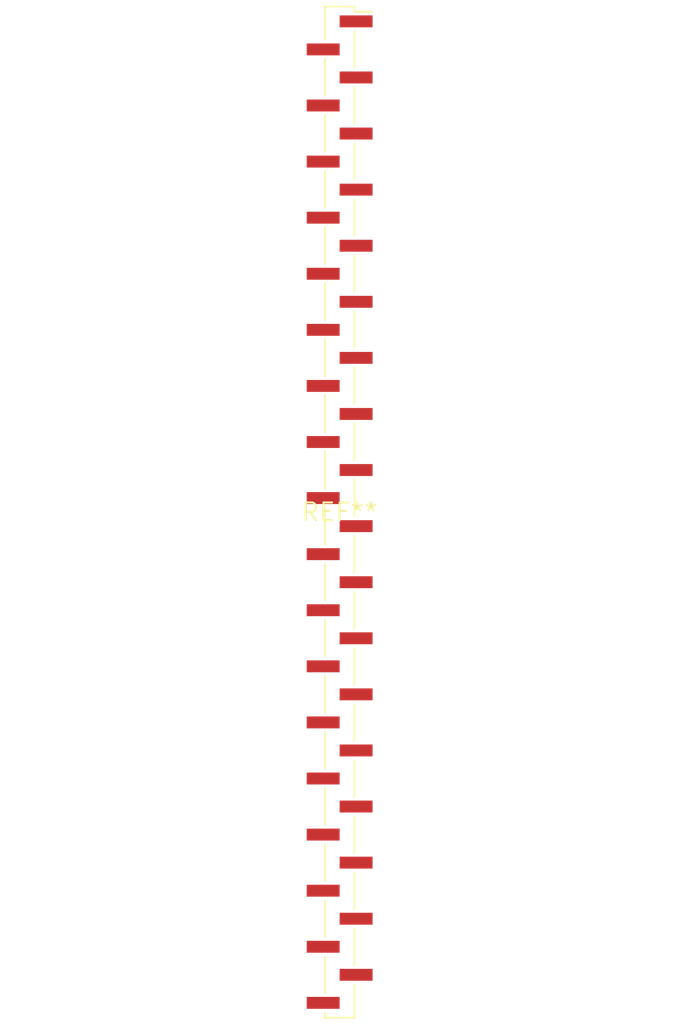
<source format=kicad_pcb>
(kicad_pcb (version 20240108) (generator pcbnew)
  (layers (0 "F.Cu" signal) (31 "B.Cu" signal) (34 "B.Paste" user) (35 "F.Paste" user) (36 "B.SilkS" user "B.Silkscreen") (37 "F.SilkS" user "F.Silkscreen") (38 "B.Mask" user) (39 "F.Mask" user) (44 "Edge.Cuts" user))
  (net 0 "")
  (footprint "PinHeader_1x36_P2.00mm_Vertical_SMD_Pin1Right" (layer "F.Cu") (at 0 0)
    (property "Reference" "REF**")
    (property "Value" "PinHeader_1x36_P2.00mm_Vertical_SMD_Pin1Right")
    (fp_line (start -1.06 -36.06) (end -1.06 -33.685) (layer "F.SilkS") (stroke (width 0.12)))
    (fp_line (start -1.06 -36.06) (end 1.06 -36.06) (layer "F.SilkS") (stroke (width 0.12)))
    (fp_line (start -1.06 -32.315) (end -1.06 -29.685) (layer "F.SilkS") (stroke (width 0.12)))
    (fp_line (start -1.06 -28.315) (end -1.06 -25.685) (layer "F.SilkS") (stroke (width 0.12)))
    (fp_line (start -1.06 -24.315) (end -1.06 -21.685) (layer "F.SilkS") (stroke (width 0.12)))
    (fp_line (start -1.06 -20.315) (end -1.06 -17.685) (layer "F.SilkS") (stroke (width 0.12)))
    (fp_line (start -1.06 -16.315) (end -1.06 -13.685) (layer "F.SilkS") (stroke (width 0.12)))
    (fp_line (start -1.06 -12.315) (end -1.06 -9.685) (layer "F.SilkS") (stroke (width 0.12)))
    (fp_line (start -1.06 -8.315) (end -1.06 -5.685) (layer "F.SilkS") (stroke (width 0.12)))
    (fp_line (start -1.06 -4.315) (end -1.06 -1.685) (layer "F.SilkS") (stroke (width 0.12)))
    (fp_line (start -1.06 -0.315) (end -1.06 2.315) (layer "F.SilkS") (stroke (width 0.12)))
    (fp_line (start -1.06 3.685) (end -1.06 6.315) (layer "F.SilkS") (stroke (width 0.12)))
    (fp_line (start -1.06 7.685) (end -1.06 10.315) (layer "F.SilkS") (stroke (width 0.12)))
    (fp_line (start -1.06 11.685) (end -1.06 14.315) (layer "F.SilkS") (stroke (width 0.12)))
    (fp_line (start -1.06 15.685) (end -1.06 18.315) (layer "F.SilkS") (stroke (width 0.12)))
    (fp_line (start -1.06 19.685) (end -1.06 22.315) (layer "F.SilkS") (stroke (width 0.12)))
    (fp_line (start -1.06 23.685) (end -1.06 26.315) (layer "F.SilkS") (stroke (width 0.12)))
    (fp_line (start -1.06 27.685) (end -1.06 30.315) (layer "F.SilkS") (stroke (width 0.12)))
    (fp_line (start -1.06 31.685) (end -1.06 34.315) (layer "F.SilkS") (stroke (width 0.12)))
    (fp_line (start -1.06 35.685) (end -1.06 36.06) (layer "F.SilkS") (stroke (width 0.12)))
    (fp_line (start -1.06 36.06) (end 1.06 36.06) (layer "F.SilkS") (stroke (width 0.12)))
    (fp_line (start 1.06 -36.06) (end 1.06 -35.685) (layer "F.SilkS") (stroke (width 0.12)))
    (fp_line (start 1.06 -35.685) (end 2.29 -35.685) (layer "F.SilkS") (stroke (width 0.12)))
    (fp_line (start 1.06 -34.315) (end 1.06 -31.685) (layer "F.SilkS") (stroke (width 0.12)))
    (fp_line (start 1.06 -30.315) (end 1.06 -27.685) (layer "F.SilkS") (stroke (width 0.12)))
    (fp_line (start 1.06 -26.315) (end 1.06 -23.685) (layer "F.SilkS") (stroke (width 0.12)))
    (fp_line (start 1.06 -22.315) (end 1.06 -19.685) (layer "F.SilkS") (stroke (width 0.12)))
    (fp_line (start 1.06 -18.315) (end 1.06 -15.685) (layer "F.SilkS") (stroke (width 0.12)))
    (fp_line (start 1.06 -14.315) (end 1.06 -11.685) (layer "F.SilkS") (stroke (width 0.12)))
    (fp_line (start 1.06 -10.315) (end 1.06 -7.685) (layer "F.SilkS") (stroke (width 0.12)))
    (fp_line (start 1.06 -6.315) (end 1.06 -3.685) (layer "F.SilkS") (stroke (width 0.12)))
    (fp_line (start 1.06 -2.315) (end 1.06 0.315) (layer "F.SilkS") (stroke (width 0.12)))
    (fp_line (start 1.06 1.685) (end 1.06 4.315) (layer "F.SilkS") (stroke (width 0.12)))
    (fp_line (start 1.06 5.685) (end 1.06 8.315) (layer "F.SilkS") (stroke (width 0.12)))
    (fp_line (start 1.06 9.685) (end 1.06 12.315) (layer "F.SilkS") (stroke (width 0.12)))
    (fp_line (start 1.06 13.685) (end 1.06 16.315) (layer "F.SilkS") (stroke (width 0.12)))
    (fp_line (start 1.06 17.685) (end 1.06 20.315) (layer "F.SilkS") (stroke (width 0.12)))
    (fp_line (start 1.06 21.685) (end 1.06 24.315) (layer "F.SilkS") (stroke (width 0.12)))
    (fp_line (start 1.06 25.685) (end 1.06 28.315) (layer "F.SilkS") (stroke (width 0.12)))
    (fp_line (start 1.06 29.685) (end 1.06 32.315) (layer "F.SilkS") (stroke (width 0.12)))
    (fp_line (start 1.06 33.685) (end 1.06 36.06) (layer "F.SilkS") (stroke (width 0.12)))
    (pad "1" smd rect (at 1.175 -35) (size 2.35 0.85) (layers "F.Cu" "F.Paste" "F.Mask"))
    (pad "2" smd rect (at -1.175 -33) (size 2.35 0.85) (layers "F.Cu" "F.Paste" "F.Mask"))
    (pad "3" smd rect (at 1.175 -31) (size 2.35 0.85) (layers "F.Cu" "F.Paste" "F.Mask"))
    (pad "4" smd rect (at -1.175 -29) (size 2.35 0.85) (layers "F.Cu" "F.Paste" "F.Mask"))
    (pad "5" smd rect (at 1.175 -27) (size 2.35 0.85) (layers "F.Cu" "F.Paste" "F.Mask"))
    (pad "6" smd rect (at -1.175 -25) (size 2.35 0.85) (layers "F.Cu" "F.Paste" "F.Mask"))
    (pad "7" smd rect (at 1.175 -23) (size 2.35 0.85) (layers "F.Cu" "F.Paste" "F.Mask"))
    (pad "8" smd rect (at -1.175 -21) (size 2.35 0.85) (layers "F.Cu" "F.Paste" "F.Mask"))
    (pad "9" smd rect (at 1.175 -19) (size 2.35 0.85) (layers "F.Cu" "F.Paste" "F.Mask"))
    (pad "10" smd rect (at -1.175 -17) (size 2.35 0.85) (layers "F.Cu" "F.Paste" "F.Mask"))
    (pad "11" smd rect (at 1.175 -15) (size 2.35 0.85) (layers "F.Cu" "F.Paste" "F.Mask"))
    (pad "12" smd rect (at -1.175 -13) (size 2.35 0.85) (layers "F.Cu" "F.Paste" "F.Mask"))
    (pad "13" smd rect (at 1.175 -11) (size 2.35 0.85) (layers "F.Cu" "F.Paste" "F.Mask"))
    (pad "14" smd rect (at -1.175 -9) (size 2.35 0.85) (layers "F.Cu" "F.Paste" "F.Mask"))
    (pad "15" smd rect (at 1.175 -7) (size 2.35 0.85) (layers "F.Cu" "F.Paste" "F.Mask"))
    (pad "16" smd rect (at -1.175 -5) (size 2.35 0.85) (layers "F.Cu" "F.Paste" "F.Mask"))
    (pad "17" smd rect (at 1.175 -3) (size 2.35 0.85) (layers "F.Cu" "F.Paste" "F.Mask"))
    (pad "18" smd rect (at -1.175 -1) (size 2.35 0.85) (layers "F.Cu" "F.Paste" "F.Mask"))
    (pad "19" smd rect (at 1.175 1) (size 2.35 0.85) (layers "F.Cu" "F.Paste" "F.Mask"))
    (pad "20" smd rect (at -1.175 3) (size 2.35 0.85) (layers "F.Cu" "F.Paste" "F.Mask"))
    (pad "21" smd rect (at 1.175 5) (size 2.35 0.85) (layers "F.Cu" "F.Paste" "F.Mask"))
    (pad "22" smd rect (at -1.175 7) (size 2.35 0.85) (layers "F.Cu" "F.Paste" "F.Mask"))
    (pad "23" smd rect (at 1.175 9) (size 2.35 0.85) (layers "F.Cu" "F.Paste" "F.Mask"))
    (pad "24" smd rect (at -1.175 11) (size 2.35 0.85) (layers "F.Cu" "F.Paste" "F.Mask"))
    (pad "25" smd rect (at 1.175 13) (size 2.35 0.85) (layers "F.Cu" "F.Paste" "F.Mask"))
    (pad "26" smd rect (at -1.175 15) (size 2.35 0.85) (layers "F.Cu" "F.Paste" "F.Mask"))
    (pad "27" smd rect (at 1.175 17) (size 2.35 0.85) (layers "F.Cu" "F.Paste" "F.Mask"))
    (pad "28" smd rect (at -1.175 19) (size 2.35 0.85) (layers "F.Cu" "F.Paste" "F.Mask"))
    (pad "29" smd rect (at 1.175 21) (size 2.35 0.85) (layers "F.Cu" "F.Paste" "F.Mask"))
    (pad "30" smd rect (at -1.175 23) (size 2.35 0.85) (layers "F.Cu" "F.Paste" "F.Mask"))
    (pad "31" smd rect (at 1.175 25) (size 2.35 0.85) (layers "F.Cu" "F.Paste" "F.Mask"))
    (pad "32" smd rect (at -1.175 27) (size 2.35 0.85) (layers "F.Cu" "F.Paste" "F.Mask"))
    (pad "33" smd rect (at 1.175 29) (size 2.35 0.85) (layers "F.Cu" "F.Paste" "F.Mask"))
    (pad "34" smd rect (at -1.175 31) (size 2.35 0.85) (layers "F.Cu" "F.Paste" "F.Mask"))
    (pad "35" smd rect (at 1.175 33) (size 2.35 0.85) (layers "F.Cu" "F.Paste" "F.Mask"))
    (pad "36" smd rect (at -1.175 35) (size 2.35 0.85) (layers "F.Cu" "F.Paste" "F.Mask"))
  )
)
</source>
